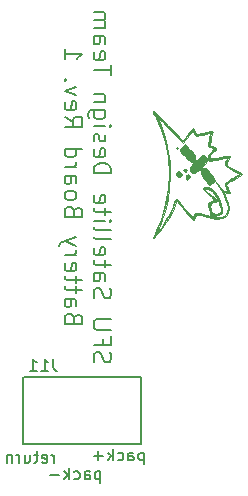
<source format=gbr>
G04 #@! TF.FileFunction,Legend,Bot*
%FSLAX46Y46*%
G04 Gerber Fmt 4.6, Leading zero omitted, Abs format (unit mm)*
G04 Created by KiCad (PCBNEW 4.0.7-e2-6376~58~ubuntu16.04.1) date Thu Mar 22 01:15:54 2018*
%MOMM*%
%LPD*%
G01*
G04 APERTURE LIST*
%ADD10C,0.100000*%
%ADD11C,0.200000*%
%ADD12C,0.150000*%
%ADD13C,0.010000*%
G04 APERTURE END LIST*
D10*
D11*
X113017857Y-86457142D02*
X112946429Y-86242856D01*
X112946429Y-85885713D01*
X113017857Y-85742856D01*
X113089286Y-85671427D01*
X113232143Y-85599999D01*
X113375000Y-85599999D01*
X113517857Y-85671427D01*
X113589286Y-85742856D01*
X113660714Y-85885713D01*
X113732143Y-86171427D01*
X113803571Y-86314285D01*
X113875000Y-86385713D01*
X114017857Y-86457142D01*
X114160714Y-86457142D01*
X114303571Y-86385713D01*
X114375000Y-86314285D01*
X114446429Y-86171427D01*
X114446429Y-85814285D01*
X114375000Y-85599999D01*
X113732143Y-84457142D02*
X113732143Y-84957142D01*
X112946429Y-84957142D02*
X114446429Y-84957142D01*
X114446429Y-84242856D01*
X114446429Y-83671428D02*
X113232143Y-83671428D01*
X113089286Y-83600000D01*
X113017857Y-83528571D01*
X112946429Y-83385714D01*
X112946429Y-83100000D01*
X113017857Y-82957142D01*
X113089286Y-82885714D01*
X113232143Y-82814285D01*
X114446429Y-82814285D01*
X113017857Y-81028571D02*
X112946429Y-80814285D01*
X112946429Y-80457142D01*
X113017857Y-80314285D01*
X113089286Y-80242856D01*
X113232143Y-80171428D01*
X113375000Y-80171428D01*
X113517857Y-80242856D01*
X113589286Y-80314285D01*
X113660714Y-80457142D01*
X113732143Y-80742856D01*
X113803571Y-80885714D01*
X113875000Y-80957142D01*
X114017857Y-81028571D01*
X114160714Y-81028571D01*
X114303571Y-80957142D01*
X114375000Y-80885714D01*
X114446429Y-80742856D01*
X114446429Y-80385714D01*
X114375000Y-80171428D01*
X112946429Y-78885714D02*
X113732143Y-78885714D01*
X113875000Y-78957143D01*
X113946429Y-79100000D01*
X113946429Y-79385714D01*
X113875000Y-79528571D01*
X113017857Y-78885714D02*
X112946429Y-79028571D01*
X112946429Y-79385714D01*
X113017857Y-79528571D01*
X113160714Y-79600000D01*
X113303571Y-79600000D01*
X113446429Y-79528571D01*
X113517857Y-79385714D01*
X113517857Y-79028571D01*
X113589286Y-78885714D01*
X113946429Y-78385714D02*
X113946429Y-77814285D01*
X114446429Y-78171428D02*
X113160714Y-78171428D01*
X113017857Y-78100000D01*
X112946429Y-77957142D01*
X112946429Y-77814285D01*
X113017857Y-76742857D02*
X112946429Y-76885714D01*
X112946429Y-77171428D01*
X113017857Y-77314285D01*
X113160714Y-77385714D01*
X113732143Y-77385714D01*
X113875000Y-77314285D01*
X113946429Y-77171428D01*
X113946429Y-76885714D01*
X113875000Y-76742857D01*
X113732143Y-76671428D01*
X113589286Y-76671428D01*
X113446429Y-77385714D01*
X112946429Y-75814285D02*
X113017857Y-75957143D01*
X113160714Y-76028571D01*
X114446429Y-76028571D01*
X112946429Y-75028571D02*
X113017857Y-75171429D01*
X113160714Y-75242857D01*
X114446429Y-75242857D01*
X112946429Y-74457143D02*
X113946429Y-74457143D01*
X114446429Y-74457143D02*
X114375000Y-74528572D01*
X114303571Y-74457143D01*
X114375000Y-74385715D01*
X114446429Y-74457143D01*
X114303571Y-74457143D01*
X113946429Y-73957143D02*
X113946429Y-73385714D01*
X114446429Y-73742857D02*
X113160714Y-73742857D01*
X113017857Y-73671429D01*
X112946429Y-73528571D01*
X112946429Y-73385714D01*
X113017857Y-72314286D02*
X112946429Y-72457143D01*
X112946429Y-72742857D01*
X113017857Y-72885714D01*
X113160714Y-72957143D01*
X113732143Y-72957143D01*
X113875000Y-72885714D01*
X113946429Y-72742857D01*
X113946429Y-72457143D01*
X113875000Y-72314286D01*
X113732143Y-72242857D01*
X113589286Y-72242857D01*
X113446429Y-72957143D01*
X112946429Y-70457143D02*
X114446429Y-70457143D01*
X114446429Y-70100000D01*
X114375000Y-69885715D01*
X114232143Y-69742857D01*
X114089286Y-69671429D01*
X113803571Y-69600000D01*
X113589286Y-69600000D01*
X113303571Y-69671429D01*
X113160714Y-69742857D01*
X113017857Y-69885715D01*
X112946429Y-70100000D01*
X112946429Y-70457143D01*
X113017857Y-68385715D02*
X112946429Y-68528572D01*
X112946429Y-68814286D01*
X113017857Y-68957143D01*
X113160714Y-69028572D01*
X113732143Y-69028572D01*
X113875000Y-68957143D01*
X113946429Y-68814286D01*
X113946429Y-68528572D01*
X113875000Y-68385715D01*
X113732143Y-68314286D01*
X113589286Y-68314286D01*
X113446429Y-69028572D01*
X113017857Y-67742858D02*
X112946429Y-67600001D01*
X112946429Y-67314286D01*
X113017857Y-67171429D01*
X113160714Y-67100001D01*
X113232143Y-67100001D01*
X113375000Y-67171429D01*
X113446429Y-67314286D01*
X113446429Y-67528572D01*
X113517857Y-67671429D01*
X113660714Y-67742858D01*
X113732143Y-67742858D01*
X113875000Y-67671429D01*
X113946429Y-67528572D01*
X113946429Y-67314286D01*
X113875000Y-67171429D01*
X112946429Y-66457143D02*
X113946429Y-66457143D01*
X114446429Y-66457143D02*
X114375000Y-66528572D01*
X114303571Y-66457143D01*
X114375000Y-66385715D01*
X114446429Y-66457143D01*
X114303571Y-66457143D01*
X113946429Y-65100000D02*
X112732143Y-65100000D01*
X112589286Y-65171429D01*
X112517857Y-65242857D01*
X112446429Y-65385714D01*
X112446429Y-65600000D01*
X112517857Y-65742857D01*
X113017857Y-65100000D02*
X112946429Y-65242857D01*
X112946429Y-65528571D01*
X113017857Y-65671429D01*
X113089286Y-65742857D01*
X113232143Y-65814286D01*
X113660714Y-65814286D01*
X113803571Y-65742857D01*
X113875000Y-65671429D01*
X113946429Y-65528571D01*
X113946429Y-65242857D01*
X113875000Y-65100000D01*
X113946429Y-64385714D02*
X112946429Y-64385714D01*
X113803571Y-64385714D02*
X113875000Y-64314286D01*
X113946429Y-64171428D01*
X113946429Y-63957143D01*
X113875000Y-63814286D01*
X113732143Y-63742857D01*
X112946429Y-63742857D01*
X114446429Y-62100000D02*
X114446429Y-61242857D01*
X112946429Y-61671428D02*
X114446429Y-61671428D01*
X113017857Y-60171429D02*
X112946429Y-60314286D01*
X112946429Y-60600000D01*
X113017857Y-60742857D01*
X113160714Y-60814286D01*
X113732143Y-60814286D01*
X113875000Y-60742857D01*
X113946429Y-60600000D01*
X113946429Y-60314286D01*
X113875000Y-60171429D01*
X113732143Y-60100000D01*
X113589286Y-60100000D01*
X113446429Y-60814286D01*
X112946429Y-58814286D02*
X113732143Y-58814286D01*
X113875000Y-58885715D01*
X113946429Y-59028572D01*
X113946429Y-59314286D01*
X113875000Y-59457143D01*
X113017857Y-58814286D02*
X112946429Y-58957143D01*
X112946429Y-59314286D01*
X113017857Y-59457143D01*
X113160714Y-59528572D01*
X113303571Y-59528572D01*
X113446429Y-59457143D01*
X113517857Y-59314286D01*
X113517857Y-58957143D01*
X113589286Y-58814286D01*
X112946429Y-58100000D02*
X113946429Y-58100000D01*
X113803571Y-58100000D02*
X113875000Y-58028572D01*
X113946429Y-57885714D01*
X113946429Y-57671429D01*
X113875000Y-57528572D01*
X113732143Y-57457143D01*
X112946429Y-57457143D01*
X113732143Y-57457143D02*
X113875000Y-57385714D01*
X113946429Y-57242857D01*
X113946429Y-57028572D01*
X113875000Y-56885714D01*
X113732143Y-56814286D01*
X112946429Y-56814286D01*
X111282143Y-82707142D02*
X111210714Y-82492856D01*
X111139286Y-82421428D01*
X110996429Y-82349999D01*
X110782143Y-82349999D01*
X110639286Y-82421428D01*
X110567857Y-82492856D01*
X110496429Y-82635714D01*
X110496429Y-83207142D01*
X111996429Y-83207142D01*
X111996429Y-82707142D01*
X111925000Y-82564285D01*
X111853571Y-82492856D01*
X111710714Y-82421428D01*
X111567857Y-82421428D01*
X111425000Y-82492856D01*
X111353571Y-82564285D01*
X111282143Y-82707142D01*
X111282143Y-83207142D01*
X110496429Y-81064285D02*
X111282143Y-81064285D01*
X111425000Y-81135714D01*
X111496429Y-81278571D01*
X111496429Y-81564285D01*
X111425000Y-81707142D01*
X110567857Y-81064285D02*
X110496429Y-81207142D01*
X110496429Y-81564285D01*
X110567857Y-81707142D01*
X110710714Y-81778571D01*
X110853571Y-81778571D01*
X110996429Y-81707142D01*
X111067857Y-81564285D01*
X111067857Y-81207142D01*
X111139286Y-81064285D01*
X111496429Y-80564285D02*
X111496429Y-79992856D01*
X111996429Y-80349999D02*
X110710714Y-80349999D01*
X110567857Y-80278571D01*
X110496429Y-80135713D01*
X110496429Y-79992856D01*
X111496429Y-79707142D02*
X111496429Y-79135713D01*
X111996429Y-79492856D02*
X110710714Y-79492856D01*
X110567857Y-79421428D01*
X110496429Y-79278570D01*
X110496429Y-79135713D01*
X110567857Y-78064285D02*
X110496429Y-78207142D01*
X110496429Y-78492856D01*
X110567857Y-78635713D01*
X110710714Y-78707142D01*
X111282143Y-78707142D01*
X111425000Y-78635713D01*
X111496429Y-78492856D01*
X111496429Y-78207142D01*
X111425000Y-78064285D01*
X111282143Y-77992856D01*
X111139286Y-77992856D01*
X110996429Y-78707142D01*
X110496429Y-77349999D02*
X111496429Y-77349999D01*
X111210714Y-77349999D02*
X111353571Y-77278571D01*
X111425000Y-77207142D01*
X111496429Y-77064285D01*
X111496429Y-76921428D01*
X111496429Y-76564285D02*
X110496429Y-76207142D01*
X111496429Y-75850000D02*
X110496429Y-76207142D01*
X110139286Y-76350000D01*
X110067857Y-76421428D01*
X109996429Y-76564285D01*
X111282143Y-73635714D02*
X111210714Y-73421428D01*
X111139286Y-73350000D01*
X110996429Y-73278571D01*
X110782143Y-73278571D01*
X110639286Y-73350000D01*
X110567857Y-73421428D01*
X110496429Y-73564286D01*
X110496429Y-74135714D01*
X111996429Y-74135714D01*
X111996429Y-73635714D01*
X111925000Y-73492857D01*
X111853571Y-73421428D01*
X111710714Y-73350000D01*
X111567857Y-73350000D01*
X111425000Y-73421428D01*
X111353571Y-73492857D01*
X111282143Y-73635714D01*
X111282143Y-74135714D01*
X110496429Y-72421428D02*
X110567857Y-72564286D01*
X110639286Y-72635714D01*
X110782143Y-72707143D01*
X111210714Y-72707143D01*
X111353571Y-72635714D01*
X111425000Y-72564286D01*
X111496429Y-72421428D01*
X111496429Y-72207143D01*
X111425000Y-72064286D01*
X111353571Y-71992857D01*
X111210714Y-71921428D01*
X110782143Y-71921428D01*
X110639286Y-71992857D01*
X110567857Y-72064286D01*
X110496429Y-72207143D01*
X110496429Y-72421428D01*
X110496429Y-70635714D02*
X111282143Y-70635714D01*
X111425000Y-70707143D01*
X111496429Y-70850000D01*
X111496429Y-71135714D01*
X111425000Y-71278571D01*
X110567857Y-70635714D02*
X110496429Y-70778571D01*
X110496429Y-71135714D01*
X110567857Y-71278571D01*
X110710714Y-71350000D01*
X110853571Y-71350000D01*
X110996429Y-71278571D01*
X111067857Y-71135714D01*
X111067857Y-70778571D01*
X111139286Y-70635714D01*
X110496429Y-69921428D02*
X111496429Y-69921428D01*
X111210714Y-69921428D02*
X111353571Y-69850000D01*
X111425000Y-69778571D01*
X111496429Y-69635714D01*
X111496429Y-69492857D01*
X110496429Y-68350000D02*
X111996429Y-68350000D01*
X110567857Y-68350000D02*
X110496429Y-68492857D01*
X110496429Y-68778571D01*
X110567857Y-68921429D01*
X110639286Y-68992857D01*
X110782143Y-69064286D01*
X111210714Y-69064286D01*
X111353571Y-68992857D01*
X111425000Y-68921429D01*
X111496429Y-68778571D01*
X111496429Y-68492857D01*
X111425000Y-68350000D01*
X110496429Y-65635714D02*
X111210714Y-66135714D01*
X110496429Y-66492857D02*
X111996429Y-66492857D01*
X111996429Y-65921429D01*
X111925000Y-65778571D01*
X111853571Y-65707143D01*
X111710714Y-65635714D01*
X111496429Y-65635714D01*
X111353571Y-65707143D01*
X111282143Y-65778571D01*
X111210714Y-65921429D01*
X111210714Y-66492857D01*
X110567857Y-64421429D02*
X110496429Y-64564286D01*
X110496429Y-64850000D01*
X110567857Y-64992857D01*
X110710714Y-65064286D01*
X111282143Y-65064286D01*
X111425000Y-64992857D01*
X111496429Y-64850000D01*
X111496429Y-64564286D01*
X111425000Y-64421429D01*
X111282143Y-64350000D01*
X111139286Y-64350000D01*
X110996429Y-65064286D01*
X111496429Y-63850000D02*
X110496429Y-63492857D01*
X111496429Y-63135715D01*
X110639286Y-62564286D02*
X110567857Y-62492858D01*
X110496429Y-62564286D01*
X110567857Y-62635715D01*
X110639286Y-62564286D01*
X110496429Y-62564286D01*
X110496429Y-59921429D02*
X110496429Y-60778572D01*
X110496429Y-60350000D02*
X111996429Y-60350000D01*
X111782143Y-60492857D01*
X111639286Y-60635715D01*
X111567857Y-60778572D01*
D12*
X117219048Y-94085714D02*
X117219048Y-95085714D01*
X117219048Y-94133333D02*
X117123810Y-94085714D01*
X116933333Y-94085714D01*
X116838095Y-94133333D01*
X116790476Y-94180952D01*
X116742857Y-94276190D01*
X116742857Y-94561905D01*
X116790476Y-94657143D01*
X116838095Y-94704762D01*
X116933333Y-94752381D01*
X117123810Y-94752381D01*
X117219048Y-94704762D01*
X115885714Y-94752381D02*
X115885714Y-94228571D01*
X115933333Y-94133333D01*
X116028571Y-94085714D01*
X116219048Y-94085714D01*
X116314286Y-94133333D01*
X115885714Y-94704762D02*
X115980952Y-94752381D01*
X116219048Y-94752381D01*
X116314286Y-94704762D01*
X116361905Y-94609524D01*
X116361905Y-94514286D01*
X116314286Y-94419048D01*
X116219048Y-94371429D01*
X115980952Y-94371429D01*
X115885714Y-94323810D01*
X114980952Y-94704762D02*
X115076190Y-94752381D01*
X115266667Y-94752381D01*
X115361905Y-94704762D01*
X115409524Y-94657143D01*
X115457143Y-94561905D01*
X115457143Y-94276190D01*
X115409524Y-94180952D01*
X115361905Y-94133333D01*
X115266667Y-94085714D01*
X115076190Y-94085714D01*
X114980952Y-94133333D01*
X114552381Y-94752381D02*
X114552381Y-93752381D01*
X114457143Y-94371429D02*
X114171428Y-94752381D01*
X114171428Y-94085714D02*
X114552381Y-94466667D01*
X113742857Y-94371429D02*
X112980952Y-94371429D01*
X113361904Y-94752381D02*
X113361904Y-93990476D01*
X113519048Y-95685714D02*
X113519048Y-96685714D01*
X113519048Y-95733333D02*
X113423810Y-95685714D01*
X113233333Y-95685714D01*
X113138095Y-95733333D01*
X113090476Y-95780952D01*
X113042857Y-95876190D01*
X113042857Y-96161905D01*
X113090476Y-96257143D01*
X113138095Y-96304762D01*
X113233333Y-96352381D01*
X113423810Y-96352381D01*
X113519048Y-96304762D01*
X112185714Y-96352381D02*
X112185714Y-95828571D01*
X112233333Y-95733333D01*
X112328571Y-95685714D01*
X112519048Y-95685714D01*
X112614286Y-95733333D01*
X112185714Y-96304762D02*
X112280952Y-96352381D01*
X112519048Y-96352381D01*
X112614286Y-96304762D01*
X112661905Y-96209524D01*
X112661905Y-96114286D01*
X112614286Y-96019048D01*
X112519048Y-95971429D01*
X112280952Y-95971429D01*
X112185714Y-95923810D01*
X111280952Y-96304762D02*
X111376190Y-96352381D01*
X111566667Y-96352381D01*
X111661905Y-96304762D01*
X111709524Y-96257143D01*
X111757143Y-96161905D01*
X111757143Y-95876190D01*
X111709524Y-95780952D01*
X111661905Y-95733333D01*
X111566667Y-95685714D01*
X111376190Y-95685714D01*
X111280952Y-95733333D01*
X110852381Y-96352381D02*
X110852381Y-95352381D01*
X110757143Y-95971429D02*
X110471428Y-96352381D01*
X110471428Y-95685714D02*
X110852381Y-96066667D01*
X110042857Y-95971429D02*
X109280952Y-95971429D01*
X109600001Y-94952381D02*
X109600001Y-94285714D01*
X109600001Y-94476190D02*
X109552382Y-94380952D01*
X109504763Y-94333333D01*
X109409525Y-94285714D01*
X109314286Y-94285714D01*
X108600000Y-94904762D02*
X108695238Y-94952381D01*
X108885715Y-94952381D01*
X108980953Y-94904762D01*
X109028572Y-94809524D01*
X109028572Y-94428571D01*
X108980953Y-94333333D01*
X108885715Y-94285714D01*
X108695238Y-94285714D01*
X108600000Y-94333333D01*
X108552381Y-94428571D01*
X108552381Y-94523810D01*
X109028572Y-94619048D01*
X108266667Y-94285714D02*
X107885715Y-94285714D01*
X108123810Y-93952381D02*
X108123810Y-94809524D01*
X108076191Y-94904762D01*
X107980953Y-94952381D01*
X107885715Y-94952381D01*
X107123809Y-94285714D02*
X107123809Y-94952381D01*
X107552381Y-94285714D02*
X107552381Y-94809524D01*
X107504762Y-94904762D01*
X107409524Y-94952381D01*
X107266666Y-94952381D01*
X107171428Y-94904762D01*
X107123809Y-94857143D01*
X106647619Y-94952381D02*
X106647619Y-94285714D01*
X106647619Y-94476190D02*
X106600000Y-94380952D01*
X106552381Y-94333333D01*
X106457143Y-94285714D01*
X106361904Y-94285714D01*
X106028571Y-94285714D02*
X106028571Y-94952381D01*
X106028571Y-94380952D02*
X105980952Y-94333333D01*
X105885714Y-94285714D01*
X105742856Y-94285714D01*
X105647618Y-94333333D01*
X105599999Y-94428571D01*
X105599999Y-94952381D01*
X107050000Y-87650000D02*
X116950000Y-87650000D01*
X117000000Y-93400000D02*
X117000000Y-87650000D01*
X107050000Y-93400000D02*
X116950000Y-93400000D01*
X107000000Y-93400000D02*
X107000000Y-87650000D01*
D13*
G36*
X125440311Y-70456464D02*
X125254930Y-70338590D01*
X124989383Y-70188642D01*
X124896167Y-70139005D01*
X124603477Y-69982608D01*
X124369527Y-69852622D01*
X124234515Y-69771536D01*
X124219873Y-69760620D01*
X124217388Y-69658887D01*
X124285771Y-69470576D01*
X124325707Y-69390613D01*
X124430713Y-69178783D01*
X124489480Y-69029352D01*
X124494000Y-69004285D01*
X124419219Y-68975941D01*
X124227182Y-68982452D01*
X124070667Y-69003978D01*
X123710884Y-69065205D01*
X123330745Y-69129921D01*
X123230308Y-69147025D01*
X122977670Y-69181926D01*
X122844392Y-69169912D01*
X122785085Y-69103212D01*
X122774292Y-69068952D01*
X122808940Y-68903909D01*
X122963748Y-68701283D01*
X122979651Y-68685754D01*
X123131174Y-68558183D01*
X123218441Y-68518697D01*
X123226575Y-68530993D01*
X123262108Y-68534416D01*
X123321091Y-68452084D01*
X123351209Y-68288568D01*
X123230956Y-68182667D01*
X122988251Y-68145963D01*
X122877550Y-68133763D01*
X122828065Y-68071182D01*
X122827003Y-67916322D01*
X122852118Y-67700166D01*
X122899538Y-67403123D01*
X122955814Y-67146832D01*
X122983527Y-67055729D01*
X123020085Y-66922142D01*
X122965051Y-66879043D01*
X122781091Y-66897218D01*
X122780993Y-66897232D01*
X122534162Y-66945307D01*
X122220111Y-67020548D01*
X122063557Y-67062635D01*
X121622780Y-67186596D01*
X121506317Y-66894602D01*
X121389855Y-66602608D01*
X120976111Y-67098471D01*
X120774754Y-67340489D01*
X120619082Y-67528904D01*
X120537957Y-67628751D01*
X120533477Y-67634651D01*
X120468796Y-67589009D01*
X120304577Y-67438455D01*
X120058544Y-67200235D01*
X119748421Y-66891596D01*
X119391933Y-66529787D01*
X119280543Y-66415457D01*
X118912853Y-66041305D01*
X118585021Y-65715684D01*
X118315025Y-65455799D01*
X118120847Y-65278856D01*
X118020465Y-65202060D01*
X118011434Y-65201011D01*
X118019303Y-65296191D01*
X118094987Y-65476414D01*
X118124014Y-65531204D01*
X118230038Y-65745812D01*
X118369753Y-66059087D01*
X118516778Y-66411373D01*
X118549655Y-66493666D01*
X118967395Y-67775810D01*
X119222800Y-69089689D01*
X119316350Y-70420514D01*
X119248526Y-71753495D01*
X119019809Y-73073843D01*
X118630679Y-74366768D01*
X118265221Y-75243047D01*
X118130472Y-75538542D01*
X118029863Y-75773155D01*
X117980467Y-75906606D01*
X117978139Y-75920380D01*
X118031052Y-75893512D01*
X118165498Y-75767875D01*
X118329490Y-75595333D01*
X118496209Y-75390597D01*
X118496209Y-75205963D01*
X118481344Y-75163227D01*
X118524778Y-74999750D01*
X118617150Y-74750019D01*
X118625584Y-74729277D01*
X118773827Y-74339258D01*
X118922543Y-73904781D01*
X119001840Y-73648000D01*
X119221201Y-72689774D01*
X119360966Y-71640108D01*
X119417819Y-70558500D01*
X119388447Y-69504445D01*
X119282446Y-68610333D01*
X119196622Y-68208515D01*
X119064255Y-67703323D01*
X118901659Y-67148619D01*
X118725152Y-66598264D01*
X118551049Y-66106117D01*
X118437119Y-65819866D01*
X118469647Y-65824348D01*
X118602437Y-65935807D01*
X118818894Y-66138668D01*
X119102425Y-66417356D01*
X119436437Y-66756296D01*
X119453329Y-66773684D01*
X120540308Y-67893302D01*
X120687817Y-67659151D01*
X120839177Y-67443413D01*
X121034391Y-67194616D01*
X121089897Y-67128666D01*
X121344469Y-66832333D01*
X121451158Y-67065166D01*
X121516751Y-67198583D01*
X121587657Y-67268929D01*
X121704052Y-67281076D01*
X121906114Y-67239891D01*
X122209458Y-67157069D01*
X122482951Y-67091630D01*
X122688018Y-67062208D01*
X122772103Y-67071881D01*
X122785534Y-67178612D01*
X122761759Y-67395572D01*
X122723804Y-67592535D01*
X122665596Y-67919724D01*
X122675364Y-68116424D01*
X122760076Y-68210103D01*
X122885334Y-68229333D01*
X123051303Y-68264220D01*
X123069431Y-68371374D01*
X122939400Y-68554534D01*
X122849680Y-68646192D01*
X122678702Y-68827868D01*
X122615705Y-68961548D01*
X122637730Y-69106605D01*
X122654032Y-69152141D01*
X122741449Y-69383734D01*
X123342558Y-69273030D01*
X123671202Y-69211151D01*
X123956456Y-69155066D01*
X124136899Y-69116853D01*
X124137624Y-69116682D01*
X124264017Y-69095234D01*
X124285966Y-69142274D01*
X124215215Y-69296017D01*
X124201124Y-69323315D01*
X124104663Y-69544469D01*
X124095487Y-69711325D01*
X124191762Y-69856629D01*
X124411655Y-70013129D01*
X124661896Y-70153921D01*
X124938812Y-70309964D01*
X125146673Y-70439647D01*
X125249483Y-70520124D01*
X125254563Y-70530104D01*
X125185255Y-70592877D01*
X125000895Y-70706120D01*
X124739087Y-70847025D01*
X124696189Y-70868771D01*
X124417333Y-71020661D01*
X124202885Y-71159197D01*
X124095055Y-71256800D01*
X124091511Y-71263862D01*
X124096089Y-71409769D01*
X124165005Y-71623451D01*
X124184286Y-71666029D01*
X124267676Y-71853983D01*
X124271072Y-71935261D01*
X124190729Y-71954380D01*
X124160011Y-71954666D01*
X123987646Y-71909556D01*
X123812427Y-71758369D01*
X123608583Y-71477320D01*
X123561302Y-71402125D01*
X123438219Y-71225431D01*
X123350425Y-71139841D01*
X123333181Y-71139930D01*
X123354564Y-71225638D01*
X123452431Y-71404272D01*
X123560416Y-71570395D01*
X123865774Y-72074466D01*
X124107060Y-72592640D01*
X124260202Y-73070030D01*
X124291361Y-73237087D01*
X124309868Y-73501516D01*
X124260794Y-73685691D01*
X124138553Y-73854927D01*
X123955874Y-74016917D01*
X123722401Y-74103390D01*
X123505186Y-74134255D01*
X123215463Y-74142578D01*
X123044375Y-74105072D01*
X123018937Y-74082018D01*
X123020767Y-74022357D01*
X123082719Y-74035235D01*
X123235021Y-74034742D01*
X123255079Y-74029323D01*
X123255079Y-73849159D01*
X123040292Y-73843856D01*
X122935954Y-73780193D01*
X122883815Y-73614458D01*
X122874180Y-73563333D01*
X122830423Y-73232659D01*
X122852719Y-73030834D01*
X122949302Y-72927547D01*
X123054667Y-72899054D01*
X123259227Y-72844329D01*
X123362193Y-72789380D01*
X123362193Y-72606696D01*
X123283253Y-72575436D01*
X123112155Y-72453633D01*
X122881557Y-72265178D01*
X122808029Y-72201304D01*
X122574171Y-71990406D01*
X122402981Y-71826302D01*
X122323076Y-71736767D01*
X122321107Y-71728671D01*
X122409242Y-71733595D01*
X122597398Y-71775474D01*
X122646717Y-71788696D01*
X122932579Y-71935478D01*
X123177465Y-72217504D01*
X123301360Y-72425067D01*
X123363260Y-72570479D01*
X123362193Y-72606696D01*
X123362193Y-72789380D01*
X123368107Y-72786223D01*
X123457164Y-72777379D01*
X123553430Y-72911353D01*
X123600940Y-73016342D01*
X123715210Y-73378585D01*
X123704572Y-73631683D01*
X123565187Y-73784880D01*
X123293217Y-73847419D01*
X123255079Y-73849159D01*
X123255079Y-74029323D01*
X123457949Y-73974505D01*
X123510450Y-73953919D01*
X123708352Y-73854196D01*
X123795537Y-73733215D01*
X123816487Y-73522214D01*
X123816667Y-73480572D01*
X123763910Y-73164697D01*
X123617514Y-72763011D01*
X123395290Y-72317186D01*
X123148809Y-71917990D01*
X122999693Y-71750427D01*
X122805673Y-71666487D01*
X122594067Y-71637290D01*
X122347561Y-71633270D01*
X122231222Y-71681059D01*
X122246917Y-71792237D01*
X122396512Y-71978385D01*
X122681872Y-72251085D01*
X122694834Y-72262783D01*
X122939367Y-72486098D01*
X123062790Y-72625222D01*
X123067949Y-72711326D01*
X122957690Y-72775580D01*
X122748011Y-72844970D01*
X122658257Y-72916331D01*
X122653618Y-73076368D01*
X122669897Y-73162470D01*
X122725285Y-73447271D01*
X122774799Y-73744625D01*
X122820493Y-74052916D01*
X122200079Y-73882794D01*
X121877093Y-73805402D01*
X121651136Y-73774098D01*
X121553083Y-73793050D01*
X121552113Y-73795329D01*
X121482842Y-73926984D01*
X121416235Y-74026130D01*
X121361416Y-74076096D01*
X121290617Y-74068575D01*
X121184141Y-73986503D01*
X121022289Y-73812818D01*
X120785363Y-73530458D01*
X120643965Y-73357193D01*
X120388054Y-73052472D01*
X120168665Y-72810372D01*
X120007661Y-72653666D01*
X119926903Y-72605124D01*
X119923974Y-72607223D01*
X119868726Y-72713943D01*
X119773356Y-72935511D01*
X119656599Y-73228000D01*
X119632894Y-73289665D01*
X119500826Y-73592056D01*
X119320914Y-73946496D01*
X119114929Y-74316282D01*
X118904641Y-74664711D01*
X118711820Y-74955083D01*
X118558237Y-75150694D01*
X118496209Y-75205963D01*
X118496209Y-75390597D01*
X118728284Y-75105600D01*
X119120084Y-74531027D01*
X119463899Y-73936669D01*
X119715640Y-73395499D01*
X119833216Y-73111909D01*
X119931883Y-72902985D01*
X119993182Y-72807217D01*
X119998876Y-72804969D01*
X120067494Y-72869173D01*
X120217443Y-73041366D01*
X120426697Y-73295404D01*
X120673232Y-73605143D01*
X120676492Y-73609303D01*
X120977406Y-73985927D01*
X121192645Y-74235453D01*
X121334477Y-74368919D01*
X121415169Y-74397364D01*
X121446987Y-74331825D01*
X121448693Y-74304166D01*
X121498694Y-74155214D01*
X121565798Y-74047517D01*
X121669523Y-73954157D01*
X121816554Y-73939824D01*
X122007605Y-73978409D01*
X122268547Y-74043649D01*
X122609940Y-74129151D01*
X122885333Y-74198208D01*
X123415432Y-74277034D01*
X123839095Y-74227536D01*
X124149698Y-74058179D01*
X124340614Y-73777431D01*
X124405217Y-73393757D01*
X124336882Y-72915625D01*
X124201263Y-72516704D01*
X123997212Y-72020409D01*
X124245606Y-72070088D01*
X124408293Y-72096861D01*
X124475264Y-72071547D01*
X124452280Y-71963177D01*
X124345101Y-71740780D01*
X124317087Y-71685808D01*
X124233722Y-71523284D01*
X124195680Y-71408149D01*
X124222902Y-71314669D01*
X124335333Y-71217109D01*
X124552914Y-71089736D01*
X124895590Y-70906814D01*
X124938500Y-70883946D01*
X125210428Y-70731728D01*
X125412174Y-70605208D01*
X125507070Y-70527724D01*
X125510000Y-70520203D01*
X125440311Y-70456464D01*
X125440311Y-70456464D01*
G37*
X125440311Y-70456464D02*
X125254930Y-70338590D01*
X124989383Y-70188642D01*
X124896167Y-70139005D01*
X124603477Y-69982608D01*
X124369527Y-69852622D01*
X124234515Y-69771536D01*
X124219873Y-69760620D01*
X124217388Y-69658887D01*
X124285771Y-69470576D01*
X124325707Y-69390613D01*
X124430713Y-69178783D01*
X124489480Y-69029352D01*
X124494000Y-69004285D01*
X124419219Y-68975941D01*
X124227182Y-68982452D01*
X124070667Y-69003978D01*
X123710884Y-69065205D01*
X123330745Y-69129921D01*
X123230308Y-69147025D01*
X122977670Y-69181926D01*
X122844392Y-69169912D01*
X122785085Y-69103212D01*
X122774292Y-69068952D01*
X122808940Y-68903909D01*
X122963748Y-68701283D01*
X122979651Y-68685754D01*
X123131174Y-68558183D01*
X123218441Y-68518697D01*
X123226575Y-68530993D01*
X123262108Y-68534416D01*
X123321091Y-68452084D01*
X123351209Y-68288568D01*
X123230956Y-68182667D01*
X122988251Y-68145963D01*
X122877550Y-68133763D01*
X122828065Y-68071182D01*
X122827003Y-67916322D01*
X122852118Y-67700166D01*
X122899538Y-67403123D01*
X122955814Y-67146832D01*
X122983527Y-67055729D01*
X123020085Y-66922142D01*
X122965051Y-66879043D01*
X122781091Y-66897218D01*
X122780993Y-66897232D01*
X122534162Y-66945307D01*
X122220111Y-67020548D01*
X122063557Y-67062635D01*
X121622780Y-67186596D01*
X121506317Y-66894602D01*
X121389855Y-66602608D01*
X120976111Y-67098471D01*
X120774754Y-67340489D01*
X120619082Y-67528904D01*
X120537957Y-67628751D01*
X120533477Y-67634651D01*
X120468796Y-67589009D01*
X120304577Y-67438455D01*
X120058544Y-67200235D01*
X119748421Y-66891596D01*
X119391933Y-66529787D01*
X119280543Y-66415457D01*
X118912853Y-66041305D01*
X118585021Y-65715684D01*
X118315025Y-65455799D01*
X118120847Y-65278856D01*
X118020465Y-65202060D01*
X118011434Y-65201011D01*
X118019303Y-65296191D01*
X118094987Y-65476414D01*
X118124014Y-65531204D01*
X118230038Y-65745812D01*
X118369753Y-66059087D01*
X118516778Y-66411373D01*
X118549655Y-66493666D01*
X118967395Y-67775810D01*
X119222800Y-69089689D01*
X119316350Y-70420514D01*
X119248526Y-71753495D01*
X119019809Y-73073843D01*
X118630679Y-74366768D01*
X118265221Y-75243047D01*
X118130472Y-75538542D01*
X118029863Y-75773155D01*
X117980467Y-75906606D01*
X117978139Y-75920380D01*
X118031052Y-75893512D01*
X118165498Y-75767875D01*
X118329490Y-75595333D01*
X118496209Y-75390597D01*
X118496209Y-75205963D01*
X118481344Y-75163227D01*
X118524778Y-74999750D01*
X118617150Y-74750019D01*
X118625584Y-74729277D01*
X118773827Y-74339258D01*
X118922543Y-73904781D01*
X119001840Y-73648000D01*
X119221201Y-72689774D01*
X119360966Y-71640108D01*
X119417819Y-70558500D01*
X119388447Y-69504445D01*
X119282446Y-68610333D01*
X119196622Y-68208515D01*
X119064255Y-67703323D01*
X118901659Y-67148619D01*
X118725152Y-66598264D01*
X118551049Y-66106117D01*
X118437119Y-65819866D01*
X118469647Y-65824348D01*
X118602437Y-65935807D01*
X118818894Y-66138668D01*
X119102425Y-66417356D01*
X119436437Y-66756296D01*
X119453329Y-66773684D01*
X120540308Y-67893302D01*
X120687817Y-67659151D01*
X120839177Y-67443413D01*
X121034391Y-67194616D01*
X121089897Y-67128666D01*
X121344469Y-66832333D01*
X121451158Y-67065166D01*
X121516751Y-67198583D01*
X121587657Y-67268929D01*
X121704052Y-67281076D01*
X121906114Y-67239891D01*
X122209458Y-67157069D01*
X122482951Y-67091630D01*
X122688018Y-67062208D01*
X122772103Y-67071881D01*
X122785534Y-67178612D01*
X122761759Y-67395572D01*
X122723804Y-67592535D01*
X122665596Y-67919724D01*
X122675364Y-68116424D01*
X122760076Y-68210103D01*
X122885334Y-68229333D01*
X123051303Y-68264220D01*
X123069431Y-68371374D01*
X122939400Y-68554534D01*
X122849680Y-68646192D01*
X122678702Y-68827868D01*
X122615705Y-68961548D01*
X122637730Y-69106605D01*
X122654032Y-69152141D01*
X122741449Y-69383734D01*
X123342558Y-69273030D01*
X123671202Y-69211151D01*
X123956456Y-69155066D01*
X124136899Y-69116853D01*
X124137624Y-69116682D01*
X124264017Y-69095234D01*
X124285966Y-69142274D01*
X124215215Y-69296017D01*
X124201124Y-69323315D01*
X124104663Y-69544469D01*
X124095487Y-69711325D01*
X124191762Y-69856629D01*
X124411655Y-70013129D01*
X124661896Y-70153921D01*
X124938812Y-70309964D01*
X125146673Y-70439647D01*
X125249483Y-70520124D01*
X125254563Y-70530104D01*
X125185255Y-70592877D01*
X125000895Y-70706120D01*
X124739087Y-70847025D01*
X124696189Y-70868771D01*
X124417333Y-71020661D01*
X124202885Y-71159197D01*
X124095055Y-71256800D01*
X124091511Y-71263862D01*
X124096089Y-71409769D01*
X124165005Y-71623451D01*
X124184286Y-71666029D01*
X124267676Y-71853983D01*
X124271072Y-71935261D01*
X124190729Y-71954380D01*
X124160011Y-71954666D01*
X123987646Y-71909556D01*
X123812427Y-71758369D01*
X123608583Y-71477320D01*
X123561302Y-71402125D01*
X123438219Y-71225431D01*
X123350425Y-71139841D01*
X123333181Y-71139930D01*
X123354564Y-71225638D01*
X123452431Y-71404272D01*
X123560416Y-71570395D01*
X123865774Y-72074466D01*
X124107060Y-72592640D01*
X124260202Y-73070030D01*
X124291361Y-73237087D01*
X124309868Y-73501516D01*
X124260794Y-73685691D01*
X124138553Y-73854927D01*
X123955874Y-74016917D01*
X123722401Y-74103390D01*
X123505186Y-74134255D01*
X123215463Y-74142578D01*
X123044375Y-74105072D01*
X123018937Y-74082018D01*
X123020767Y-74022357D01*
X123082719Y-74035235D01*
X123235021Y-74034742D01*
X123255079Y-74029323D01*
X123255079Y-73849159D01*
X123040292Y-73843856D01*
X122935954Y-73780193D01*
X122883815Y-73614458D01*
X122874180Y-73563333D01*
X122830423Y-73232659D01*
X122852719Y-73030834D01*
X122949302Y-72927547D01*
X123054667Y-72899054D01*
X123259227Y-72844329D01*
X123362193Y-72789380D01*
X123362193Y-72606696D01*
X123283253Y-72575436D01*
X123112155Y-72453633D01*
X122881557Y-72265178D01*
X122808029Y-72201304D01*
X122574171Y-71990406D01*
X122402981Y-71826302D01*
X122323076Y-71736767D01*
X122321107Y-71728671D01*
X122409242Y-71733595D01*
X122597398Y-71775474D01*
X122646717Y-71788696D01*
X122932579Y-71935478D01*
X123177465Y-72217504D01*
X123301360Y-72425067D01*
X123363260Y-72570479D01*
X123362193Y-72606696D01*
X123362193Y-72789380D01*
X123368107Y-72786223D01*
X123457164Y-72777379D01*
X123553430Y-72911353D01*
X123600940Y-73016342D01*
X123715210Y-73378585D01*
X123704572Y-73631683D01*
X123565187Y-73784880D01*
X123293217Y-73847419D01*
X123255079Y-73849159D01*
X123255079Y-74029323D01*
X123457949Y-73974505D01*
X123510450Y-73953919D01*
X123708352Y-73854196D01*
X123795537Y-73733215D01*
X123816487Y-73522214D01*
X123816667Y-73480572D01*
X123763910Y-73164697D01*
X123617514Y-72763011D01*
X123395290Y-72317186D01*
X123148809Y-71917990D01*
X122999693Y-71750427D01*
X122805673Y-71666487D01*
X122594067Y-71637290D01*
X122347561Y-71633270D01*
X122231222Y-71681059D01*
X122246917Y-71792237D01*
X122396512Y-71978385D01*
X122681872Y-72251085D01*
X122694834Y-72262783D01*
X122939367Y-72486098D01*
X123062790Y-72625222D01*
X123067949Y-72711326D01*
X122957690Y-72775580D01*
X122748011Y-72844970D01*
X122658257Y-72916331D01*
X122653618Y-73076368D01*
X122669897Y-73162470D01*
X122725285Y-73447271D01*
X122774799Y-73744625D01*
X122820493Y-74052916D01*
X122200079Y-73882794D01*
X121877093Y-73805402D01*
X121651136Y-73774098D01*
X121553083Y-73793050D01*
X121552113Y-73795329D01*
X121482842Y-73926984D01*
X121416235Y-74026130D01*
X121361416Y-74076096D01*
X121290617Y-74068575D01*
X121184141Y-73986503D01*
X121022289Y-73812818D01*
X120785363Y-73530458D01*
X120643965Y-73357193D01*
X120388054Y-73052472D01*
X120168665Y-72810372D01*
X120007661Y-72653666D01*
X119926903Y-72605124D01*
X119923974Y-72607223D01*
X119868726Y-72713943D01*
X119773356Y-72935511D01*
X119656599Y-73228000D01*
X119632894Y-73289665D01*
X119500826Y-73592056D01*
X119320914Y-73946496D01*
X119114929Y-74316282D01*
X118904641Y-74664711D01*
X118711820Y-74955083D01*
X118558237Y-75150694D01*
X118496209Y-75205963D01*
X118496209Y-75390597D01*
X118728284Y-75105600D01*
X119120084Y-74531027D01*
X119463899Y-73936669D01*
X119715640Y-73395499D01*
X119833216Y-73111909D01*
X119931883Y-72902985D01*
X119993182Y-72807217D01*
X119998876Y-72804969D01*
X120067494Y-72869173D01*
X120217443Y-73041366D01*
X120426697Y-73295404D01*
X120673232Y-73605143D01*
X120676492Y-73609303D01*
X120977406Y-73985927D01*
X121192645Y-74235453D01*
X121334477Y-74368919D01*
X121415169Y-74397364D01*
X121446987Y-74331825D01*
X121448693Y-74304166D01*
X121498694Y-74155214D01*
X121565798Y-74047517D01*
X121669523Y-73954157D01*
X121816554Y-73939824D01*
X122007605Y-73978409D01*
X122268547Y-74043649D01*
X122609940Y-74129151D01*
X122885333Y-74198208D01*
X123415432Y-74277034D01*
X123839095Y-74227536D01*
X124149698Y-74058179D01*
X124340614Y-73777431D01*
X124405217Y-73393757D01*
X124336882Y-72915625D01*
X124201263Y-72516704D01*
X123997212Y-72020409D01*
X124245606Y-72070088D01*
X124408293Y-72096861D01*
X124475264Y-72071547D01*
X124452280Y-71963177D01*
X124345101Y-71740780D01*
X124317087Y-71685808D01*
X124233722Y-71523284D01*
X124195680Y-71408149D01*
X124222902Y-71314669D01*
X124335333Y-71217109D01*
X124552914Y-71089736D01*
X124895590Y-70906814D01*
X124938500Y-70883946D01*
X125210428Y-70731728D01*
X125412174Y-70605208D01*
X125507070Y-70527724D01*
X125510000Y-70520203D01*
X125440311Y-70456464D01*
G36*
X120390297Y-70447410D02*
X120297660Y-70348578D01*
X120172140Y-70241060D01*
X120089284Y-70260384D01*
X120001537Y-70372732D01*
X119916654Y-70520343D01*
X119946456Y-70625543D01*
X120015816Y-70698945D01*
X120134107Y-70790592D01*
X120229003Y-70759720D01*
X120311938Y-70674790D01*
X120410973Y-70544864D01*
X120390297Y-70447410D01*
X120390297Y-70447410D01*
G37*
X120390297Y-70447410D02*
X120297660Y-70348578D01*
X120172140Y-70241060D01*
X120089284Y-70260384D01*
X120001537Y-70372732D01*
X119916654Y-70520343D01*
X119946456Y-70625543D01*
X120015816Y-70698945D01*
X120134107Y-70790592D01*
X120229003Y-70759720D01*
X120311938Y-70674790D01*
X120410973Y-70544864D01*
X120390297Y-70447410D01*
G36*
X120026904Y-68231793D02*
X120006667Y-68229333D01*
X119924460Y-68293762D01*
X119922000Y-68314000D01*
X119986429Y-68396206D01*
X120006667Y-68398666D01*
X120088873Y-68334237D01*
X120091333Y-68314000D01*
X120026904Y-68231793D01*
X120026904Y-68231793D01*
G37*
X120026904Y-68231793D02*
X120006667Y-68229333D01*
X119924460Y-68293762D01*
X119922000Y-68314000D01*
X119986429Y-68396206D01*
X120006667Y-68398666D01*
X120088873Y-68334237D01*
X120091333Y-68314000D01*
X120026904Y-68231793D01*
G36*
X123174988Y-70901584D02*
X123045697Y-70709614D01*
X122862751Y-70464713D01*
X122837805Y-70432801D01*
X122610635Y-70162869D01*
X122445878Y-70018293D01*
X122319036Y-69979099D01*
X122287472Y-69984160D01*
X122150635Y-69992352D01*
X122148661Y-69908257D01*
X122282383Y-69728898D01*
X122391889Y-69611316D01*
X122554305Y-69427502D01*
X122609954Y-69296116D01*
X122579453Y-69158025D01*
X122563037Y-69120452D01*
X122411407Y-68947009D01*
X122201767Y-68916259D01*
X121967442Y-69028301D01*
X121869333Y-69118333D01*
X121682707Y-69285531D01*
X121571294Y-69316195D01*
X121544791Y-69209667D01*
X121557453Y-69139500D01*
X121551311Y-69002986D01*
X121461026Y-68827308D01*
X121269004Y-68582665D01*
X121147511Y-68445232D01*
X120692426Y-67941463D01*
X120511037Y-68105618D01*
X120335557Y-68282143D01*
X120262600Y-68430005D01*
X120298045Y-68586909D01*
X120447770Y-68790558D01*
X120652176Y-69010799D01*
X120896583Y-69245234D01*
X121096246Y-69399073D01*
X121220734Y-69449293D01*
X121229131Y-69447280D01*
X121359412Y-69442668D01*
X121390171Y-69533804D01*
X121313393Y-69673960D01*
X121274670Y-69712807D01*
X121138273Y-69917996D01*
X121119427Y-70138954D01*
X121205735Y-70324875D01*
X121384803Y-70424949D01*
X121449811Y-70430666D01*
X121608955Y-70371782D01*
X121740527Y-70263330D01*
X121888080Y-70155237D01*
X121994171Y-70163466D01*
X122014577Y-70277787D01*
X122000460Y-70323444D01*
X122026870Y-70441176D01*
X122132581Y-70644283D01*
X122287885Y-70888558D01*
X122463074Y-71129796D01*
X122628441Y-71323792D01*
X122734579Y-71415816D01*
X122838773Y-71395342D01*
X122992373Y-71291207D01*
X123138499Y-71151572D01*
X123220271Y-71024597D01*
X123224000Y-71001424D01*
X123174988Y-70901584D01*
X123174988Y-70901584D01*
G37*
X123174988Y-70901584D02*
X123045697Y-70709614D01*
X122862751Y-70464713D01*
X122837805Y-70432801D01*
X122610635Y-70162869D01*
X122445878Y-70018293D01*
X122319036Y-69979099D01*
X122287472Y-69984160D01*
X122150635Y-69992352D01*
X122148661Y-69908257D01*
X122282383Y-69728898D01*
X122391889Y-69611316D01*
X122554305Y-69427502D01*
X122609954Y-69296116D01*
X122579453Y-69158025D01*
X122563037Y-69120452D01*
X122411407Y-68947009D01*
X122201767Y-68916259D01*
X121967442Y-69028301D01*
X121869333Y-69118333D01*
X121682707Y-69285531D01*
X121571294Y-69316195D01*
X121544791Y-69209667D01*
X121557453Y-69139500D01*
X121551311Y-69002986D01*
X121461026Y-68827308D01*
X121269004Y-68582665D01*
X121147511Y-68445232D01*
X120692426Y-67941463D01*
X120511037Y-68105618D01*
X120335557Y-68282143D01*
X120262600Y-68430005D01*
X120298045Y-68586909D01*
X120447770Y-68790558D01*
X120652176Y-69010799D01*
X120896583Y-69245234D01*
X121096246Y-69399073D01*
X121220734Y-69449293D01*
X121229131Y-69447280D01*
X121359412Y-69442668D01*
X121390171Y-69533804D01*
X121313393Y-69673960D01*
X121274670Y-69712807D01*
X121138273Y-69917996D01*
X121119427Y-70138954D01*
X121205735Y-70324875D01*
X121384803Y-70424949D01*
X121449811Y-70430666D01*
X121608955Y-70371782D01*
X121740527Y-70263330D01*
X121888080Y-70155237D01*
X121994171Y-70163466D01*
X122014577Y-70277787D01*
X122000460Y-70323444D01*
X122026870Y-70441176D01*
X122132581Y-70644283D01*
X122287885Y-70888558D01*
X122463074Y-71129796D01*
X122628441Y-71323792D01*
X122734579Y-71415816D01*
X122838773Y-71395342D01*
X122992373Y-71291207D01*
X123138499Y-71151572D01*
X123220271Y-71024597D01*
X123224000Y-71001424D01*
X123174988Y-70901584D01*
G36*
X120729994Y-70057743D02*
X120615785Y-70081832D01*
X120553359Y-70158248D01*
X120630122Y-70251751D01*
X120751640Y-70309188D01*
X120813019Y-70258067D01*
X120824986Y-70128935D01*
X120729994Y-70057743D01*
X120729994Y-70057743D01*
G37*
X120729994Y-70057743D02*
X120615785Y-70081832D01*
X120553359Y-70158248D01*
X120630122Y-70251751D01*
X120751640Y-70309188D01*
X120813019Y-70258067D01*
X120824986Y-70128935D01*
X120729994Y-70057743D01*
G36*
X121090906Y-70651140D02*
X121049432Y-70610678D01*
X120928732Y-70536786D01*
X120818753Y-70600404D01*
X120808520Y-70610678D01*
X120737393Y-70731013D01*
X120799313Y-70868339D01*
X120803766Y-70874378D01*
X120896740Y-70974880D01*
X120979525Y-70943593D01*
X121044678Y-70874378D01*
X121130922Y-70748284D01*
X121090906Y-70651140D01*
X121090906Y-70651140D01*
G37*
X121090906Y-70651140D02*
X121049432Y-70610678D01*
X120928732Y-70536786D01*
X120818753Y-70600404D01*
X120808520Y-70610678D01*
X120737393Y-70731013D01*
X120799313Y-70868339D01*
X120803766Y-70874378D01*
X120896740Y-70974880D01*
X120979525Y-70943593D01*
X121044678Y-70874378D01*
X121130922Y-70748284D01*
X121090906Y-70651140D01*
D12*
X109509523Y-86152381D02*
X109509523Y-86866667D01*
X109557143Y-87009524D01*
X109652381Y-87104762D01*
X109795238Y-87152381D01*
X109890476Y-87152381D01*
X108509523Y-87152381D02*
X109080952Y-87152381D01*
X108795238Y-87152381D02*
X108795238Y-86152381D01*
X108890476Y-86295238D01*
X108985714Y-86390476D01*
X109080952Y-86438095D01*
X107557142Y-87152381D02*
X108128571Y-87152381D01*
X107842857Y-87152381D02*
X107842857Y-86152381D01*
X107938095Y-86295238D01*
X108033333Y-86390476D01*
X108128571Y-86438095D01*
M02*

</source>
